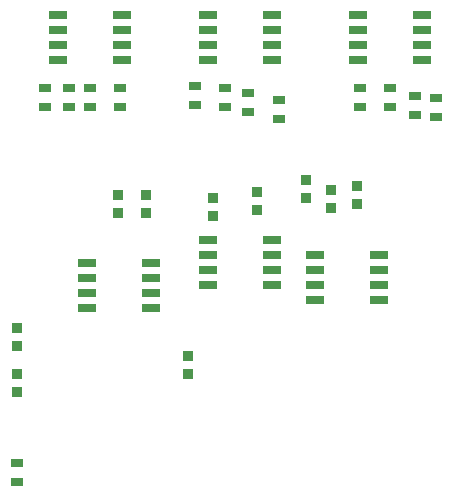
<source format=gbr>
G04 EAGLE Gerber RS-274X export*
G75*
%MOMM*%
%FSLAX34Y34*%
%LPD*%
%INSolderpaste Top*%
%IPPOS*%
%AMOC8*
5,1,8,0,0,1.08239X$1,22.5*%
G01*
G04 Define Apertures*
%ADD10R,0.970200X0.920900*%
%ADD11R,1.525000X0.700000*%
%ADD12R,1.500000X0.650000*%
%ADD13R,0.973900X0.798700*%
D10*
X-24227Y-105729D03*
X-24227Y-121221D03*
X85090Y-9016D03*
X85090Y6476D03*
X220776Y3684D03*
X220776Y19176D03*
X-24227Y-144654D03*
X-24227Y-160146D03*
X120650Y-144906D03*
X120650Y-129414D03*
X263938Y-1011D03*
X263938Y14481D03*
X242246Y10896D03*
X242246Y-4597D03*
X61491Y-8506D03*
X61491Y6986D03*
X179070Y9016D03*
X179070Y-6476D03*
X142240Y3936D03*
X142240Y-11556D03*
D11*
X228150Y-44450D03*
X228150Y-57150D03*
X228150Y-69850D03*
X228150Y-82550D03*
X282390Y-82550D03*
X282390Y-69850D03*
X282390Y-57150D03*
X282390Y-44450D03*
X137980Y-31750D03*
X137980Y-44450D03*
X137980Y-57150D03*
X137980Y-69850D03*
X192220Y-69850D03*
X192220Y-57150D03*
X192220Y-44450D03*
X192220Y-31750D03*
X35110Y-50800D03*
X35110Y-63500D03*
X35110Y-76200D03*
X35110Y-88900D03*
X89350Y-88900D03*
X89350Y-76200D03*
X89350Y-63500D03*
X89350Y-50800D03*
D12*
X265100Y158750D03*
X265100Y146050D03*
X265100Y133350D03*
X265100Y120650D03*
X319100Y120650D03*
X319100Y133350D03*
X319100Y146050D03*
X319100Y158750D03*
X138100Y158750D03*
X138100Y146050D03*
X138100Y133350D03*
X138100Y120650D03*
X192100Y120650D03*
X192100Y133350D03*
X192100Y146050D03*
X192100Y158750D03*
X11100Y158750D03*
X11100Y146050D03*
X11100Y133350D03*
X11100Y120650D03*
X65100Y120650D03*
X65100Y133350D03*
X65100Y146050D03*
X65100Y158750D03*
D13*
X331311Y72438D03*
X331311Y88742D03*
X63500Y80748D03*
X63500Y97052D03*
X0Y80748D03*
X0Y97052D03*
X38100Y80748D03*
X38100Y97052D03*
X20320Y80748D03*
X20320Y97052D03*
X-24209Y-236752D03*
X-24209Y-220448D03*
X266700Y80748D03*
X266700Y97052D03*
X313141Y90702D03*
X313141Y74398D03*
X292100Y80748D03*
X292100Y97052D03*
X198120Y86892D03*
X198120Y70588D03*
X127001Y82698D03*
X127001Y99002D03*
X171450Y76938D03*
X171450Y93242D03*
X152400Y80748D03*
X152400Y97052D03*
M02*

</source>
